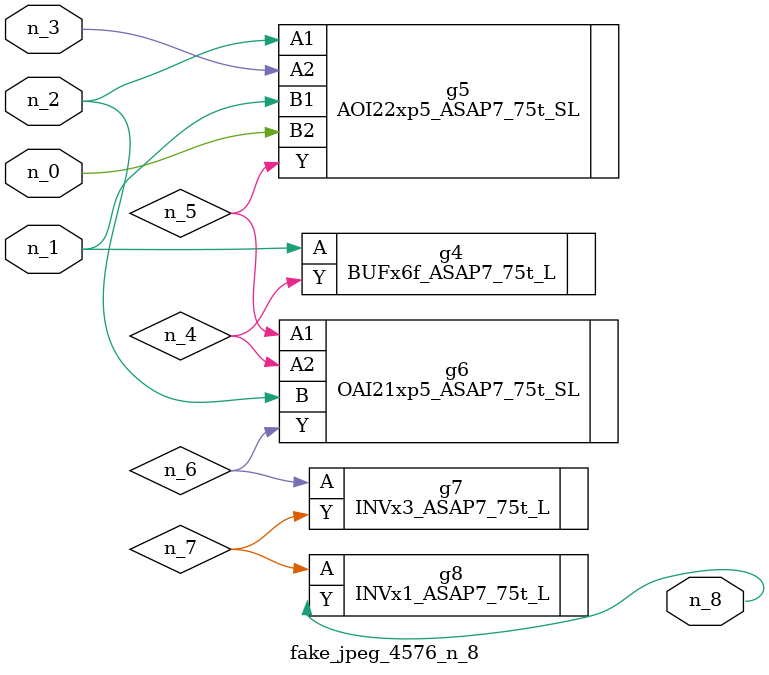
<source format=v>
module fake_jpeg_4576_n_8 (n_0, n_3, n_2, n_1, n_8);

input n_0;
input n_3;
input n_2;
input n_1;

output n_8;

wire n_4;
wire n_6;
wire n_5;
wire n_7;

BUFx6f_ASAP7_75t_L g4 ( 
.A(n_1),
.Y(n_4)
);

AOI22xp5_ASAP7_75t_SL g5 ( 
.A1(n_2),
.A2(n_3),
.B1(n_1),
.B2(n_0),
.Y(n_5)
);

OAI21xp5_ASAP7_75t_SL g6 ( 
.A1(n_5),
.A2(n_4),
.B(n_2),
.Y(n_6)
);

INVx3_ASAP7_75t_L g7 ( 
.A(n_6),
.Y(n_7)
);

INVx1_ASAP7_75t_L g8 ( 
.A(n_7),
.Y(n_8)
);


endmodule
</source>
